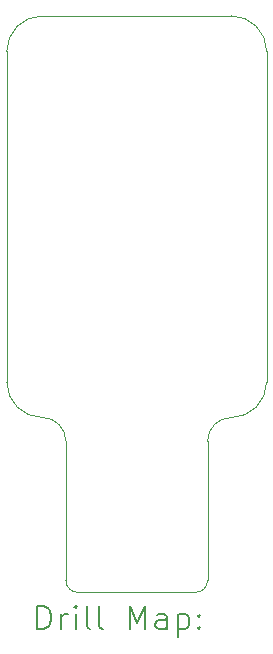
<source format=gbr>
%TF.GenerationSoftware,KiCad,Pcbnew,8.0.4*%
%TF.CreationDate,2024-09-01T23:06:21-05:00*%
%TF.ProjectId,Quick Hack,51756963-6b20-4486-9163-6b2e6b696361,rev?*%
%TF.SameCoordinates,Original*%
%TF.FileFunction,Drillmap*%
%TF.FilePolarity,Positive*%
%FSLAX45Y45*%
G04 Gerber Fmt 4.5, Leading zero omitted, Abs format (unit mm)*
G04 Created by KiCad (PCBNEW 8.0.4) date 2024-09-01 23:06:21*
%MOMM*%
%LPD*%
G01*
G04 APERTURE LIST*
%ADD10C,0.050000*%
%ADD11C,0.200000*%
G04 APERTURE END LIST*
D10*
X14280000Y-8520000D02*
G75*
G02*
X13980000Y-8820000I-300000J0D01*
G01*
X14280000Y-5720000D02*
X14280000Y-8520000D01*
X13780000Y-10200000D02*
X13780000Y-9020000D01*
X13180000Y-10300000D02*
X13680000Y-10300000D01*
X13980000Y-5420000D02*
G75*
G02*
X14280000Y-5720000I0J-300000D01*
G01*
X13180000Y-10300000D02*
X12680000Y-10300000D01*
X12080000Y-5720000D02*
G75*
G02*
X12380000Y-5420000I300000J0D01*
G01*
X12380000Y-8820000D02*
G75*
G02*
X12580000Y-9020000I0J-200000D01*
G01*
X12380000Y-8820000D02*
G75*
G02*
X12080000Y-8520000I0J300000D01*
G01*
X13780000Y-10200000D02*
G75*
G02*
X13680000Y-10300000I-100000J0D01*
G01*
X12580000Y-10200000D02*
X12580000Y-9020000D01*
X13980000Y-5420000D02*
X12380000Y-5420000D01*
X12680000Y-10300000D02*
G75*
G02*
X12580000Y-10200000I0J100000D01*
G01*
X12080000Y-5720000D02*
X12080000Y-8520000D01*
X13780000Y-9020000D02*
G75*
G02*
X13980000Y-8820000I200000J0D01*
G01*
D11*
X12338277Y-10613984D02*
X12338277Y-10413984D01*
X12338277Y-10413984D02*
X12385896Y-10413984D01*
X12385896Y-10413984D02*
X12414467Y-10423508D01*
X12414467Y-10423508D02*
X12433515Y-10442555D01*
X12433515Y-10442555D02*
X12443039Y-10461603D01*
X12443039Y-10461603D02*
X12452562Y-10499698D01*
X12452562Y-10499698D02*
X12452562Y-10528270D01*
X12452562Y-10528270D02*
X12443039Y-10566365D01*
X12443039Y-10566365D02*
X12433515Y-10585412D01*
X12433515Y-10585412D02*
X12414467Y-10604460D01*
X12414467Y-10604460D02*
X12385896Y-10613984D01*
X12385896Y-10613984D02*
X12338277Y-10613984D01*
X12538277Y-10613984D02*
X12538277Y-10480650D01*
X12538277Y-10518746D02*
X12547801Y-10499698D01*
X12547801Y-10499698D02*
X12557324Y-10490174D01*
X12557324Y-10490174D02*
X12576372Y-10480650D01*
X12576372Y-10480650D02*
X12595420Y-10480650D01*
X12662086Y-10613984D02*
X12662086Y-10480650D01*
X12662086Y-10413984D02*
X12652562Y-10423508D01*
X12652562Y-10423508D02*
X12662086Y-10433031D01*
X12662086Y-10433031D02*
X12671610Y-10423508D01*
X12671610Y-10423508D02*
X12662086Y-10413984D01*
X12662086Y-10413984D02*
X12662086Y-10433031D01*
X12785896Y-10613984D02*
X12766848Y-10604460D01*
X12766848Y-10604460D02*
X12757324Y-10585412D01*
X12757324Y-10585412D02*
X12757324Y-10413984D01*
X12890658Y-10613984D02*
X12871610Y-10604460D01*
X12871610Y-10604460D02*
X12862086Y-10585412D01*
X12862086Y-10585412D02*
X12862086Y-10413984D01*
X13119229Y-10613984D02*
X13119229Y-10413984D01*
X13119229Y-10413984D02*
X13185896Y-10556841D01*
X13185896Y-10556841D02*
X13252562Y-10413984D01*
X13252562Y-10413984D02*
X13252562Y-10613984D01*
X13433515Y-10613984D02*
X13433515Y-10509222D01*
X13433515Y-10509222D02*
X13423991Y-10490174D01*
X13423991Y-10490174D02*
X13404943Y-10480650D01*
X13404943Y-10480650D02*
X13366848Y-10480650D01*
X13366848Y-10480650D02*
X13347801Y-10490174D01*
X13433515Y-10604460D02*
X13414467Y-10613984D01*
X13414467Y-10613984D02*
X13366848Y-10613984D01*
X13366848Y-10613984D02*
X13347801Y-10604460D01*
X13347801Y-10604460D02*
X13338277Y-10585412D01*
X13338277Y-10585412D02*
X13338277Y-10566365D01*
X13338277Y-10566365D02*
X13347801Y-10547317D01*
X13347801Y-10547317D02*
X13366848Y-10537793D01*
X13366848Y-10537793D02*
X13414467Y-10537793D01*
X13414467Y-10537793D02*
X13433515Y-10528270D01*
X13528753Y-10480650D02*
X13528753Y-10680650D01*
X13528753Y-10490174D02*
X13547801Y-10480650D01*
X13547801Y-10480650D02*
X13585896Y-10480650D01*
X13585896Y-10480650D02*
X13604943Y-10490174D01*
X13604943Y-10490174D02*
X13614467Y-10499698D01*
X13614467Y-10499698D02*
X13623991Y-10518746D01*
X13623991Y-10518746D02*
X13623991Y-10575889D01*
X13623991Y-10575889D02*
X13614467Y-10594936D01*
X13614467Y-10594936D02*
X13604943Y-10604460D01*
X13604943Y-10604460D02*
X13585896Y-10613984D01*
X13585896Y-10613984D02*
X13547801Y-10613984D01*
X13547801Y-10613984D02*
X13528753Y-10604460D01*
X13709705Y-10594936D02*
X13719229Y-10604460D01*
X13719229Y-10604460D02*
X13709705Y-10613984D01*
X13709705Y-10613984D02*
X13700182Y-10604460D01*
X13700182Y-10604460D02*
X13709705Y-10594936D01*
X13709705Y-10594936D02*
X13709705Y-10613984D01*
X13709705Y-10490174D02*
X13719229Y-10499698D01*
X13719229Y-10499698D02*
X13709705Y-10509222D01*
X13709705Y-10509222D02*
X13700182Y-10499698D01*
X13700182Y-10499698D02*
X13709705Y-10490174D01*
X13709705Y-10490174D02*
X13709705Y-10509222D01*
M02*

</source>
